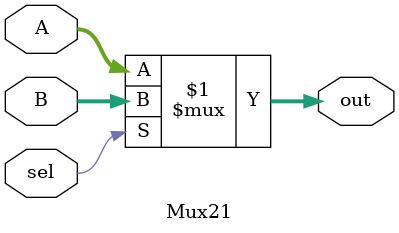
<source format=v>
module Mux21 
#(parameter Data_Width = 32)
(
  //-------------------------------Input Ports------------------------------------//
  input     wire    [Data_Width - 1:0]   A, B,
  input     wire                         sel,
  //-------------------------------Output Ports------------------------------------//
  output    wire    [Data_Width - 1:0]   out
  );
  // Main Combinational Logic
assign out = sel ? B : A;
endmodule
</source>
